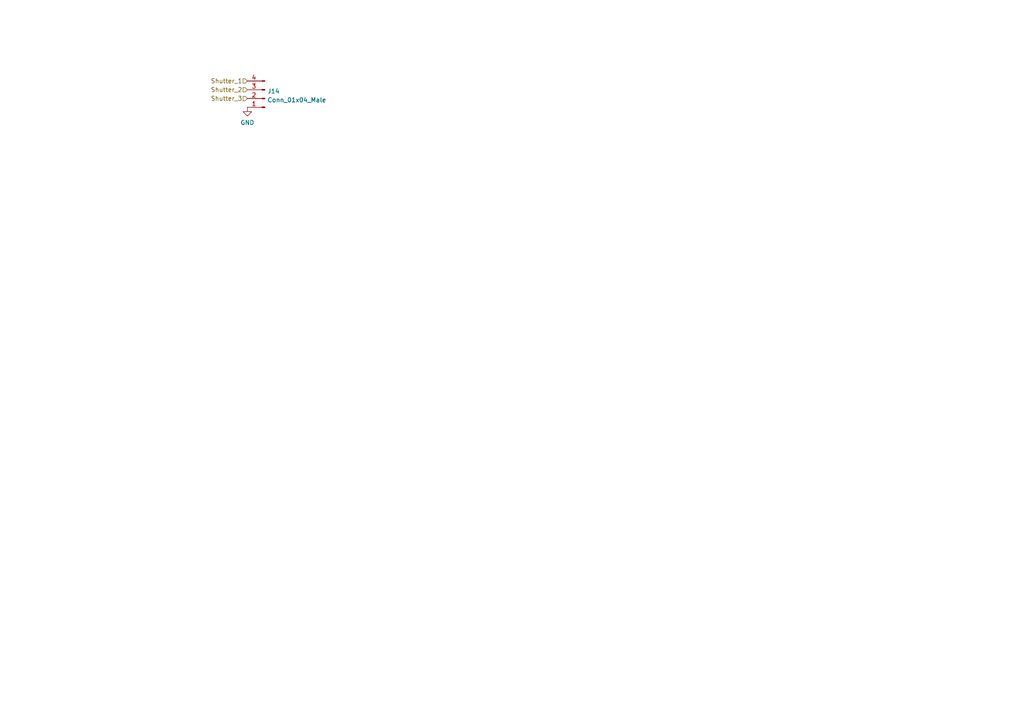
<source format=kicad_sch>
(kicad_sch (version 20211123) (generator eeschema)
  (paper "A4")
  (lib_symbols
    (symbol "Connector:Conn_01x04_Male" (pin_names (offset 1.016) hide)
      (property "Reference" "J" (at 0 5.08 0))
      (property "Value" "Conn_01x04_Male" (at 0 -7.62 0))
      (symbol "Conn_01x04_Male_1_1"
        (polyline (pts (xy 1.27 -5.08) (xy 0.8636 -5.08)) (stroke (width 0.1524)))
        (polyline (pts (xy 1.27 -2.54) (xy 0.8636 -2.54)) (stroke (width 0.1524)))
        (polyline (pts (xy 1.27 0) (xy 0.8636 0)) (stroke (width 0.1524)))
        (polyline (pts (xy 1.27 2.54) (xy 0.8636 2.54)) (stroke (width 0.1524)))
        (rectangle (start 0.8636 -4.953) (end 0 -5.207) (stroke (width 0.1524)) (fill (type outline)))
        (rectangle (start 0.8636 -2.413) (end 0 -2.667) (stroke (width 0.1524)) (fill (type outline)))
        (rectangle (start 0.8636 0.127) (end 0 -0.127) (stroke (width 0.1524)) (fill (type outline)))
        (rectangle (start 0.8636 2.667) (end 0 2.413) (stroke (width 0.1524)) (fill (type outline)))
        (pin passive line (at 5.08 2.54 180) (length 3.81) (name "Pin_1") (number "1"))
        (pin passive line (at 5.08 0 180) (length 3.81) (name "Pin_2") (number "2"))
        (pin passive line (at 5.08 -2.54 180) (length 3.81) (name "Pin_3") (number "3"))
        (pin passive line (at 5.08 -5.08 180) (length 3.81) (name "Pin_4") (number "4"))
      )
    )
    (symbol "myLibrary:GND" (power) (pin_names (offset 0))
      (property "Value" "GND" (at 0 -3.81 0))
      (symbol "GND_0_1"
        (polyline (pts (xy 0 0) (xy 0 -1.27) (xy 1.27 -1.27) (xy 0 -2.54) (xy -1.27 -1.27) (xy 0 -1.27)))
      )
      (symbol "GND_1_1"
        (pin power_in line (at 0 0 270) (length 0) hide (name "GND") (number "1"))
      )
    )
  )
  (hierarchical_label "Shutter_2" (shape input) (at 71.755 26.035 180))
  (hierarchical_label "Shutter_3" (shape input) (at 71.755 28.575 180))
  (hierarchical_label "Shutter_1" (shape input) (at 71.755 23.495 180))
  (symbol (lib_id "Connector:Conn_01x04_Male") (at 76.835 28.575 180) (unit 1)
    (property "Reference" "J14" (at 77.5462 26.4703 0) (effects (justify right)))
    (property "Value" "Conn_01x04_Male" (at 77.5462 29.0072 0) (effects (justify right)))
    (property "Footprint" "Connector_JST:JST_PH_B4B-PH-K_1x04_P2.00mm_Vertical" (effects hide))
    (property "Field4" "820-1434" (effects hide))
  )
  (symbol (lib_id "myLibrary:GND") (at 71.755 31.115 0) (unit 1)
    (property "Reference" "#PWR031" (effects hide))
    (property "Value" "GND" (at 71.755 35.5584 0))
  )
)
</source>
